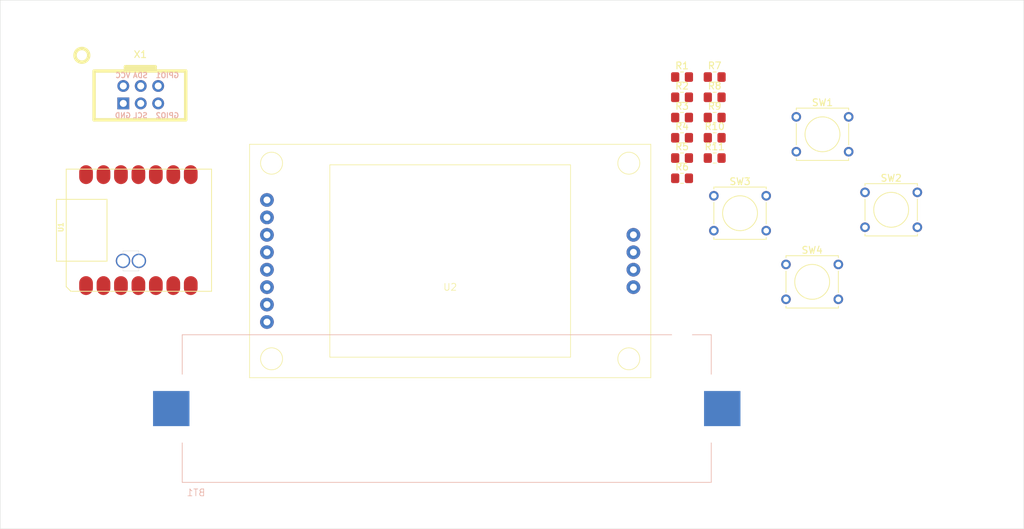
<source format=kicad_pcb>
(kicad_pcb (version 20240108) (generator "pcbnew") (generator_version "8.0")
  (layers (0 "F.Cu" signal) (31 "B.Cu" signal) (34 "B.Paste" user) (35 "F.Paste" user) (36 "B.SilkS" user "B.Silkscreen") (37 "F.SilkS" user "F.Silkscreen") (38 "B.Mask" user) (39 "F.Mask" user) (44 "Edge.Cuts" user))
  (net 0 "")
  (net 1 "Net-(BT1--)")
  (net 2 "Net-(BT1-+)")
  (net 3 "/MOSI")
  (net 4 "Net-(U2-SDA)")
  (net 5 "Net-(U2-SCK)")
  (net 6 "/SCK")
  (net 7 "Net-(U1-TOUCH9_GPIO9_MOSI_A10_D10)")
  (net 8 "/MISO")
  (net 9 "Net-(U1-TOUCH8_GPIO8_MISO_A9_D9)")
  (net 10 "Net-(U2-SD_MOSI)")
  (net 11 "Net-(U2-SD_MISO)")
  (net 12 "Net-(U2-SD_SCK)")
  (net 13 "/BUTTON_4")
  (net 14 "+3V3")
  (net 15 "/BUTTON_1")
  (net 16 "/BUTTON_3")
  (net 17 "/BUTTON_2")
  (net 18 "GND")
  (net 19 "/SD_CS")
  (net 20 "/TFT_RESET")
  (net 21 "/TFT_CS")
  (net 23 "/TFT_A0")
  (footprint "Resistor_SMD:R_0805_2012Metric_Pad1.20x1.40mm_HandSolder" (layer "F.Cu") (at 170.5 84.65)
    (property "Reference" "R8" (at 0 -1.65 0) (layer "F.SilkS"))
    (property "Value" "10k")
    (fp_line (start -0.227064 -0.735) (end 0.227064 -0.735) (stroke (width 0.12)) (layer "F.SilkS"))
    (fp_line (start -0.227064 0.735) (end 0.227064 0.735) (stroke (width 0.12)) (layer "F.SilkS"))
    (pad "1" smd roundrect (at -1 0) (size 1.2 1.4) (layers "F.Cu" "F.Paste" "F.Mask") (roundrect_rratio 0.208333) (net 13 "/BUTTON_4"))
    (pad "2" smd roundrect (at 1 0) (size 1.2 1.4) (layers "F.Cu" "F.Paste" "F.Mask") (roundrect_rratio 0.208333) (net 14 "+3V3"))
  )
  (footprint "Resistor_SMD:R_0805_2012Metric_Pad1.20x1.40mm_HandSolder" (layer "F.Cu") (at 165.75 93.5)
    (property "Reference" "R5" (at 0 -1.65 0) (layer "F.SilkS"))
    (property "Value" "0")
    (fp_line (start -0.227064 -0.735) (end 0.227064 -0.735) (stroke (width 0.12)) (layer "F.SilkS"))
    (fp_line (start -0.227064 0.735) (end 0.227064 0.735) (stroke (width 0.12)) (layer "F.SilkS"))
    (pad "1" smd roundrect (at -1 0) (size 1.2 1.4) (layers "F.Cu" "F.Paste" "F.Mask") (roundrect_rratio 0.208333) (net 3 "/MOSI"))
    (pad "2" smd roundrect (at 1 0) (size 1.2 1.4) (layers "F.Cu" "F.Paste" "F.Mask") (roundrect_rratio 0.208333) (net 10 "Net-(U2-SD_MOSI)"))
  )
  (footprint "Badgelife:Badgelife-SAOv169-BADGE-2x3" (layer "F.Cu") (at 86.9 84.25)
    (property "Reference" "X1" (at 0 -5.842 0) (layer "F.SilkS"))
    (property "Value" "Badgelife_sao_connector_v169bis")
    (fp_line (start -6.731 3.683) (end -6.731 -3.429) (stroke (width 0.5)) (layer "F.SilkS"))
    (fp_line (start -6.604 -3.429) (end 6.604 -3.429) (stroke (width 0.5)) (layer "F.SilkS"))
    (fp_line (start -2.159 -4.064) (end 2.159 -4.064) (stroke (width 0.5)) (layer "F.SilkS"))
    (fp_line (start -2.159 -3.556) (end -2.159 -4.064) (stroke (width 0.5)) (layer "F.SilkS"))
    (fp_line (start 2.159 -4.064) (end 2.159 -3.556) (stroke (width 0.5)) (layer "F.SilkS"))
    (fp_line (start 2.159 -3.683) (end -2.159 -3.683) (stroke (width 0.5)) (layer "F.SilkS"))
    (fp_line (start 6.604 -3.429) (end 6.604 3.683) (stroke (width 0.5)) (layer "F.SilkS"))
    (fp_line (start 6.604 3.683) (end -6.731 3.683) (stroke (width 0.5)) (layer "F.SilkS"))
    (fp_circle (center -8.509 -5.715) (end -7.509 -5.715) (stroke (width 0.5)) (fill none) (layer "F.SilkS"))
    (fp_text user "VCC" (at -2.54 -2.794 0) (layer "B.SilkS") (effects (font (size 0.75 0.75)) (justify mirror)))
    (fp_text user "GPIO1" (at 3.937 -2.794 0) (layer "B.SilkS") (effects (font (size 0.75 0.75)) (justify mirror)))
    (fp_text user "SDA" (at 0 -2.794 0) (layer "B.SilkS") (effects (font (size 0.75 0.75)) (justify mirror)))
    (fp_text user "GND" (at -2.54 3.048 0) (layer "B.SilkS") (effects (font (size 0.75 0.75)) (justify mirror)))
    (fp_text user "SCL" (at 0 3.048 0) (layer "B.SilkS") (effects (font (size 0.75 0.75)) (justify mirror)))
    (fp_text user "GPIO2" (at 3.937 3.048 0) (layer "B.SilkS") (effects (font (size 0.75 0.75)) (justify mirror)))
    (pad "1" thru_hole oval (at -2.48 -1.25 270) (size 1.7272 1.7272) (drill 1.016) (layers "*.Cu" "*.Mask") (net 14 "+3V3"))
    (pad "2" thru_hole rect (at -2.48 1.29 270) (size 1.7272 1.7272) (drill 1.016) (layers "*.Cu" "*.Mask") (net 18 "GND"))
    (pad "3" thru_hole oval (at 0.06 -1.25 270) (size 1.7272 1.7272) (drill 1.016) (layers "*.Cu" "*.Mask"))
    (pad "4" thru_hole oval (at 0.06 1.29 270) (size 1.7272 1.7272) (drill 1.016) (layers "*.Cu" "*.Mask"))
    (pad "5" thru_hole circle (at 2.6 -1.25 270) (size 1.7272 1.7272) (drill 1.016) (layers "*.Cu" "*.Mask"))
    (pad "6" thru_hole circle (at 2.6 1.29 270) (size 1.7272 1.7272) (drill 1.016) (layers "*.Cu" "*.Mask"))
  )
  (footprint "Resistor_SMD:R_0805_2012Metric_Pad1.20x1.40mm_HandSolder" (layer "F.Cu") (at 170.5 81.7)
    (property "Reference" "R7" (at 0 -1.65 0) (layer "F.SilkS"))
    (property "Value" "0")
    (fp_line (start -0.227064 -0.735) (end 0.227064 -0.735) (stroke (width 0.12)) (layer "F.SilkS"))
    (fp_line (start -0.227064 0.735) (end 0.227064 0.735) (stroke (width 0.12)) (layer "F.SilkS"))
    (pad "1" smd roundrect (at -1 0) (size 1.2 1.4) (layers "F.Cu" "F.Paste" "F.Mask") (roundrect_rratio 0.208333) (net 6 "/SCK"))
    (pad "2" smd roundrect (at 1 0) (size 1.2 1.4) (layers "F.Cu" "F.Paste" "F.Mask") (roundrect_rratio 0.208333) (net 12 "Net-(U2-SD_SCK)"))
  )
  (footprint "Resistor_SMD:R_0805_2012Metric_Pad1.20x1.40mm_HandSolder" (layer "F.Cu") (at 165.75 90.55)
    (property "Reference" "R4" (at 0 -1.65 0) (layer "F.SilkS"))
    (property "Value" "0")
    (fp_line (start -0.227064 -0.735) (end 0.227064 -0.735) (stroke (width 0.12)) (layer "F.SilkS"))
    (fp_line (start -0.227064 0.735) (end 0.227064 0.735) (stroke (width 0.12)) (layer "F.SilkS"))
    (pad "1" smd roundrect (at -1 0) (size 1.2 1.4) (layers "F.Cu" "F.Paste" "F.Mask") (roundrect_rratio 0.208333) (net 9 "Net-(U1-TOUCH8_GPIO8_MISO_A9_D9)"))
    (pad "2" smd roundrect (at 1 0) (size 1.2 1.4) (layers "F.Cu" "F.Paste" "F.Mask") (roundrect_rratio 0.208333) (net 8 "/MISO"))
  )
  (footprint "Resistor_SMD:R_0805_2012Metric_Pad1.20x1.40mm_HandSolder" (layer "F.Cu") (at 165.75 96.45)
    (property "Reference" "R6" (at 0 -1.65 0) (layer "F.SilkS"))
    (property "Value" "0")
    (fp_line (start -0.227064 -0.735) (end 0.227064 -0.735) (stroke (width 0.12)) (layer "F.SilkS"))
    (fp_line (start -0.227064 0.735) (end 0.227064 0.735) (stroke (width 0.12)) (layer "F.SilkS"))
    (pad "1" smd roundrect (at -1 0) (size 1.2 1.4) (layers "F.Cu" "F.Paste" "F.Mask") (roundrect_rratio 0.208333) (net 8 "/MISO"))
    (pad "2" smd roundrect (at 1 0) (size 1.2 1.4) (layers "F.Cu" "F.Paste" "F.Mask") (roundrect_rratio 0.208333) (net 11 "Net-(U2-SD_MISO)"))
  )
  (footprint "Resistor_SMD:R_0805_2012Metric_Pad1.20x1.40mm_HandSolder" (layer "F.Cu") (at 165.75 84.65)
    (property "Reference" "R2" (at 0 -1.65 0) (layer "F.SilkS"))
    (property "Value" "0")
    (fp_line (start -0.227064 -0.735) (end 0.227064 -0.735) (stroke (width 0.12)) (layer "F.SilkS"))
    (fp_line (start -0.227064 0.735) (end 0.227064 0.735) (stroke (width 0.12)) (layer "F.SilkS"))
    (pad "1" smd roundrect (at -1 0) (size 1.2 1.4) (layers "F.Cu" "F.Paste" "F.Mask") (roundrect_rratio 0.208333) (net 5 "Net-(U2-SCK)"))
    (pad "2" smd roundrect (at 1 0) (size 1.2 1.4) (layers "F.Cu" "F.Paste" "F.Mask") (roundrect_rratio 0.208333) (net 6 "/SCK"))
  )
  (footprint "Button_Switch_THT:SW_Tactile_Straight_KSA0Axx1LFTR" (layer "F.Cu") (at 182.38 87.5)
    (property "Reference" "SW1" (at 3.81 -2.08 0) (layer "F.SilkS"))
    (property "Value" "SW_Push")
    (fp_line (start 0 -1.27) (end 0 -0.97) (stroke (width 0.12)) (layer "F.SilkS"))
    (fp_line (start 0 -1.27) (end 7.62 -1.27) (stroke (width 0.12)) (layer "F.SilkS"))
    (fp_line (start 0 0.97) (end 0 4.11) (stroke (width 0.12)) (layer "F.SilkS"))
    (fp_line (start 0 6.05) (end 0 6.35) (stroke (width 0.12)) (layer "F.SilkS"))
    (fp_line (start 7.62 -1.27) (end 7.62 -0.97) (stroke (width 0.12)) (layer "F.SilkS"))
    (fp_line (start 7.62 0.97) (end 7.62 4.11) (stroke (width 0.12)) (layer "F.SilkS"))
    (fp_line (start 7.62 6.05) (end 7.62 6.35) (stroke (width 0.12)) (layer "F.SilkS"))
    (fp_line (start 7.62 6.35) (end 0 6.35) (stroke (width 0.12)) (layer "F.SilkS"))
    (fp_circle (center 3.81 2.54) (end 3.81 0) (stroke (width 0.12)) (fill none) (layer "F.SilkS"))
    (pad "1" thru_hole circle (at 0 0) (size 1.397 1.397) (drill 0.8128) (layers "*.Cu" "*.Mask") (net 18 "GND"))
    (pad "1" thru_hole circle (at 7.62 0) (size 1.397 1.397) (drill 0.8128) (layers "*.Cu" "*.Mask") (net 18 "GND"))
    (pad "2" thru_hole circle (at 0 5.08) (size 1.397 1.397) (drill 0.8128) (layers "*.Cu" "*.Mask") (net 13 "/BUTTON_4"))
    (pad "2" thru_hole circle (at 7.62 5.08) (size 1.397 1.397) (drill 0.8128) (layers "*.Cu" "*.Mask") (net 13 "/BUTTON_4"))
  )
  (footprint "Resistor_SMD:R_0805_2012Metric_Pad1.20x1.40mm_HandSolder" (layer "F.Cu") (at 165.75 87.6)
    (property "Reference" "R3" (at 0 -1.65 0) (layer "F.SilkS"))
    (property "Value" "0")
    (fp_line (start -0.227064 -0.735) (end 0.227064 -0.735) (stroke (width 0.12)) (layer "F.SilkS"))
    (fp_line (start -0.227064 0.735) (end 0.227064 0.735) (stroke (width 0.12)) (layer "F.SilkS"))
    (pad "1" smd roundrect (at -1 0) (size 1.2 1.4) (layers "F.Cu" "F.Paste" "F.Mask") (roundrect_rratio 0.208333) (net 7 "Net-(U1-TOUCH9_GPIO9_MOSI_A10_D10)"))
    (pad "2" smd roundrect (at 1 0) (size 1.2 1.4) (layers "F.Cu" "F.Paste" "F.Mask") (roundrect_rratio 0.208333) (net 3 "/MOSI"))
  )
  (footprint "Button_Switch_THT:SW_Tactile_Straight_KSA0Axx1LFTR" (layer "F.Cu") (at 180.88 109)
    (property "Reference" "SW4" (at 3.81 -2.08 0) (layer "F.SilkS"))
    (property "Value" "SW_Push")
    (fp_line (start 0 -1.27) (end 0 -0.97) (stroke (width 0.12)) (layer "F.SilkS"))
    (fp_line (start 0 -1.27) (end 7.62 -1.27) (stroke (width 0.12)) (layer "F.SilkS"))
    (fp_line (start 0 0.97) (end 0 4.11) (stroke (width 0.12)) (layer "F.SilkS"))
    (fp_line (start 0 6.05) (end 0 6.35) (stroke (width 0.12)) (layer "F.SilkS"))
    (fp_line (start 7.62 -1.27) (end 7.62 -0.97) (stroke (width 0.12)) (layer "F.SilkS"))
    (fp_line (start 7.62 0.97) (end 7.62 4.11) (stroke (width 0.12)) (layer "F.SilkS"))
    (fp_line (start 7.62 6.05) (end 7.62 6.35) (stroke (width 0.12)) (layer "F.SilkS"))
    (fp_line (start 7.62 6.35) (end 0 6.35) (stroke (width 0.12)) (layer "F.SilkS"))
    (fp_circle (center 3.81 2.54) (end 3.81 0) (stroke (width 0.12)) (fill none) (layer "F.SilkS"))
    (pad "1" thru_hole circle (at 0 0) (size 1.397 1.397) (drill 0.8128) (layers "*.Cu" "*.Mask") (net 18 "GND"))
    (pad "1" thru_hole circle (at 7.62 0) (size 1.397 1.397) (drill 0.8128) (layers "*.Cu" "*.Mask") (net 18 "GND"))
    (pad "2" thru_hole circle (at 0 5.08) (size 1.397 1.397) (drill 0.8128) (layers "*.Cu" "*.Mask") (net 17 "/BUTTON_2"))
    (pad "2" thru_hole circle (at 7.62 5.08) (size 1.397 1.397) (drill 0.8128) (layers "*.Cu" "*.Mask") (net 17 "/BUTTON_2"))
  )
  (footprint "Resistor_SMD:R_0805_2012Metric_Pad1.20x1.40mm_HandSolder" (layer "F.Cu") (at 165.75 81.7)
    (property "Reference" "R1" (at 0 -1.65 0) (layer "F.SilkS"))
    (property "Value" "0")
    (fp_line (start -0.227064 -0.735) (end 0.227064 -0.735) (stroke (width 0.12)) (layer "F.SilkS"))
    (fp_line (start -0.227064 0.735) (end 0.227064 0.735) (stroke (width 0.12)) (layer "F.SilkS"))
    (pad "1" smd roundrect (at -1 0) (size 1.2 1.4) (layers "F.Cu" "F.Paste" "F.Mask") (roundrect_rratio 0.208333) (net 4 "Net-(U2-SDA)"))
    (pad "2" smd roundrect (at 1 0) (size 1.2 1.4) (layers "F.Cu" "F.Paste" "F.Mask") (roundrect_rratio 0.208333) (net 3 "/MOSI"))
  )
  (footprint "Resistor_SMD:R_0805_2012Metric_Pad1.20x1.40mm_HandSolder" (layer "F.Cu") (at 170.5 87.6)
    (property "Reference" "R9" (at 0 -1.65 0) (layer "F.SilkS"))
    (property "Value" "10k")
    (fp_line (start -0.227064 -0.735) (end 0.227064 -0.735) (stroke (width 0.12)) (layer "F.SilkS"))
    (fp_line (start -0.227064 0.735) (end 0.227064 0.735) (stroke (width 0.12)) (layer "F.SilkS"))
    (pad "1" smd roundrect (at -1 0) (size 1.2 1.4) (layers "F.Cu" "F.Paste" "F.Mask") (roundrect_rratio 0.208333) (net 15 "/BUTTON_1"))
    (pad "2" smd roundrect (at 1 0) (size 1.2 1.4) (layers "F.Cu" "F.Paste" "F.Mask") (roundrect_rratio 0.208333) (net 14 "+3V3"))
  )
  (footprint "Button_Switch_THT:SW_Tactile_Straight_KSA0Axx1LFTR" (layer "F.Cu") (at 170.38 99)
    (property "Reference" "SW3" (at 3.81 -2.08 0) (layer "F.SilkS"))
    (property "Value" "SW_Push")
    (fp_line (start 0 -1.27) (end 0 -0.97) (stroke (width 0.12)) (layer "F.SilkS"))
    (fp_line (start 0 -1.27) (end 7.62 -1.27) (stroke (width 0.12)) (layer "F.SilkS"))
    (fp_line (start 0 0.97) (end 0 4.11) (stroke (width 0.12)) (layer "F.SilkS"))
    (fp_line (start 0 6.05) (end 0 6.35) (stroke (width 0.12)) (layer "F.SilkS"))
    (fp_line (start 7.62 -1.27) (end 7.62 -0.97) (stroke (width 0.12)) (layer "F.SilkS"))
    (fp_line (start 7.62 0.97) (end 7.62 4.11) (stroke (width 0.12)) (layer "F.SilkS"))
    (fp_line (start 7.62 6.05) (end 7.62 6.35) (stroke (width 0.12)) (layer "F.SilkS"))
    (fp_line (start 7.62 6.35) (end 0 6.35) (stroke (width 0.12)) (layer "F.SilkS"))
    (fp_circle (center 3.81 2.54) (end 3.81 0) (stroke (width 0.12)) (fill none) (layer "F.SilkS"))
    (pad "1" thru_hole circle (at 0 0) (size 1.397 1.397) (drill 0.8128) (layers "*.Cu" "*.Mask") (net 18 "GND"))
    (pad "1" thru_hole circle (at 7.62 0) (size 1.397 1.397) (drill 0.8128) (layers "*.Cu" "*.Mask") (net 18 "GND"))
    (pad "2" thru_hole circle (at 0 5.08) (size 1.397 1.397) (drill 0.8128) (layers "*.Cu" "*.Mask") (net 16 "/BUTTON_3"))
    (pad "2" thru_hole circle (at 7.62 5.08) (size 1.397 1.397) (drill 0.8128) (layers "*.Cu" "*.Mask") (net 16 "/BUTTON_3"))
  )
  (footprint "Button_Switch_THT:SW_Tactile_Straight_KSA0Axx1LFTR" (layer "F.Cu") (at 192.38 98.5)
    (property "Reference" "SW2" (at 3.81 -2.08 0) (layer "F.SilkS"))
    (property "Value" "SW_Push")
    (fp_line (start 0 -1.27) (end 0 -0.97) (stroke (width 0.12)) (layer "F.SilkS"))
    (fp_line (start 0 -1.27) (end 7.62 -1.27) (stroke (width 0.12)) (layer "F.SilkS"))
    (fp_line (start 0 0.97) (end 0 4.11) (stroke (width 0.12)) (layer "F.SilkS"))
    (fp_line (start 0 6.05) (end 0 6.35) (stroke (width 0.12)) (layer "F.SilkS"))
    (fp_line (start 7.62 -1.27) (end 7.62 -0.97) (stroke (width 0.12)) (layer "F.SilkS"))
    (fp_line (start 7.62 0.97) (end 7.62 4.11) (stroke (width 0.12)) (layer "F.SilkS"))
    (fp_line (start 7.62 6.05) (end 7.62 6.35) (stroke (width 0.12)) (layer "F.SilkS"))
    (fp_line (start 7.62 6.35) (end 0 6.35) (stroke (width 0.12)) (layer "F.SilkS"))
    (fp_circle (center 3.81 2.54) (end 3.81 0) (stroke (width 0.12)) (fill none) (layer "F.SilkS"))
    (pad "1" thru_hole circle (at 0 0) (size 1.397 1.397) (drill 0.8128) (layers "*.Cu" "*.Mask") (net 18 "GND"))
    (pad "1" thru_hole circle (at 7.62 0) (size 1.397 1.397) (drill 0.8128) (layers "*.Cu" "*.Mask") (net 18 "GND"))
    (pad "2" thru_hole circle (at 0 5.08) (size 1.397 1.397) (drill 0.8128) (layers "*.Cu" "*.Mask") (net 15 "/BUTTON_1"))
    (pad "2" thru_hole circle (at 7.62 5.08) (size 1.397 1.397) (drill 0.8128) (layers "*.Cu" "*.Mask") (net 15 "/BUTTON_1"))
  )
  (footprint "TFT:AliExpress_1.8_128x160_ST7735" (layer "F.Cu") (at 132 108.5)
    (property "Reference" "U2" (at 0 3.81 0) (layer "F.SilkS") (effects (font (thickness 0.1))))
    (property "Value" "~")
    (fp_line (start -29.2 -17) (end 29.2 -17) (stroke (width 0.1)) (layer "F.SilkS"))
    (fp_line (start -29.2 17) (end -29.2 -17) (stroke (width 0.1)) (layer "F.SilkS"))
    (fp_line (start 29.2 -17) (end 29.2 17) (stroke (width 0.1)) (layer "F.SilkS"))
    (fp_line (start 29.2 17) (end -29.2 17) (stroke (width 0.1)) (layer "F.SilkS"))
    (fp_rect (start -17.52 -14.015) (end 17.52 14.015) (stroke (width 0.1)) (fill none) (layer "F.SilkS"))
    (fp_circle (center -26 -14.25) (end -24.4 -14.25) (stroke (width 0.1)) (fill none) (layer "F.SilkS"))
    (fp_circle (center -26 14.25) (end -24.4 14.25) (stroke (width 0.1)) (fill none) (layer "F.SilkS"))
    (fp_circle (center 26 -14.25) (end 27.6 -14.25) (stroke (width 0.1)) (fill none) (layer "F.SilkS"))
    (fp_circle (center 26 14.25) (end 27.6 14.25) (stroke (width 0.1)) (fill none) (layer "F.SilkS"))
    (pad "1" thru_hole circle (at -26.67 -8.89) (size 2 2) (drill 1) (layers "*.Cu" "*.Mask") (net 14 "+3V3"))
    (pad "2" thru_hole circle (at -26.67 -6.35) (size 2 2) (drill 1) (layers "*.Cu" "*.Mask") (net 18 "GND"))
    (pad "3" thru_hole circle (at -26.67 -3.81) (size 2 2) (drill 1) (layers "*.Cu" "*.Mask") (net 21 "/TFT_CS"))
    (pad "4" thru_hole circle (at -26.67 -1.27) (size 2 2) (drill 1) (layers "*.Cu" "*.Mask") (net 20 "/TFT_RESET"))
    (pad "5" thru_hole circle (at -26.67 1.27) (size 2 2) (drill 1) (layers "*.Cu" "*.Mask") (net 23 "/TFT_A0"))
    (pad "6" thru_hole circle (at -26.67 3.81) (size 2 2) (drill 1) (layers "*.Cu" "*.Mask") (net 4 "Net-(U2-SDA)"))
    (pad "7" thru_hole circle (at -26.67 6.35) (size 2 2) (drill 1) (layers "*.Cu" "*.Mask") (net 5 "Net-(U2-SCK)"))
    (pad "8" thru_hole circle (at -26.67 8.89) (size 2 2) (drill 1) (layers "*.Cu" "*.Mask") (net 14 "+3V3"))
    (pad "9" thru_hole circle (at 26.67 -3.81) (size 2 2) (drill 1) (layers "*.Cu" "*.Mask") (net 19 "/SD_CS"))
    (pad "10" thru_hole circle (at 26.67 -1.27) (size 2 2) (drill 1) (layers "*.Cu" "*.Mask") (net 10 "Net-(U2-SD_MOSI)"))
    (pad "11" thru_hole circle (at 26.67 1.27) (size 2 2) (drill 1) (layers "*.Cu" "*.Mask") (net 11 "Net-(U2-SD_MISO)"))
    (pad "12" thru_hole circle (at 26.67 3.81) (size 2 2) (drill 1) (layers "*.Cu" "*.Mask") (net 12 "Net-(U2-SD_SCK)"))
  )
  (footprint "Resistor_SMD:R_0805_2012Metric_Pad1.20x1.40mm_HandSolder" (layer "F.Cu") (at 170.5 93.5)
    (property "Reference" "R11" (at 0 -1.65 0) (layer "F.SilkS"))
    (property "Value" "10k")
    (fp_line (start -0.227064 -0.735) (end 0.227064 -0.735) (stroke (width 0.12)) (layer "F.SilkS"))
    (fp_line (start -0.227064 0.735) (end 0.227064 0.735) (stroke (width 0.12)) (layer "F.SilkS"))
    (pad "1" smd roundrect (at -1 0) (size 1.2 1.4) (layers "F.Cu" "F.Paste" "F.Mask") (roundrect_rratio 0.208333) (net 17 "/BUTTON_2"))
    (pad "2" smd roundrect (at 1 0) (size 1.2 1.4) (layers "F.Cu" "F.Paste" "F.Mask") (roundrect_rratio 0.208333) (net 14 "+3V3"))
  )
  (footprint "Resistor_SMD:R_0805_2012Metric_Pad1.20x1.40mm_HandSolder" (layer "F.Cu") (at 170.5 90.55)
    (property "Reference" "R10" (at 0 -1.65 0) (layer "F.SilkS"))
    (property "Value" "10k")
    (fp_line (start -0.227064 -0.735) (end 0.227064 -0.735) (stroke (width 0.12)) (layer "F.SilkS"))
    (fp_line (start -0.227064 0.735) (end 0.227064 0.735) (stroke (width 0.12)) (layer "F.SilkS"))
    (pad "1" smd roundrect (at -1 0) (size 1.2 1.4) (layers "F.Cu" "F.Paste" "F.Mask") (roundrect_rratio 0.208333) (net 16 "/BUTTON_3"))
    (pad "2" smd roundrect (at 1 0) (size 1.2 1.4) (layers "F.Cu" "F.Paste" "F.Mask") (roundrect_rratio 0.208333) (net 14 "+3V3"))
  )
  (footprint "Seeed_Studio:MOUDLE14P-SMD-2.54-21X17.8MM_BAT" (layer "F.Cu") (at 97.11925 112.9175 90)
    (property "Reference" "U1" (at 9.3345 -21.7805 90) (layer "F.SilkS") (effects (font (size 0.7 0.7))))
    (property "Value" "~")
    (fp_line (start 13.395 -22.424) (end 13.395 -15.072) (stroke (width 0.127)) (layer "F.SilkS"))
    (fp_line (start 4.4 -22.424) (end 13.395 -22.424) (stroke (width 0.127)) (layer "F.SilkS"))
    (fp_line (start 17.8 -21) (end 0.671541 -21) (stroke (width 0.127)) (layer "F.SilkS"))
    (fp_line (start 0.671541 -21) (end 0 -20.3285) (stroke (width 0.127)) (layer "F.SilkS"))
    (fp_line (start 0 -20.3285) (end 0 0.15) (stroke (width 0.127)) (layer "F.SilkS"))
    (fp_line (start 13.395 -15.072) (end 4.396 -15.072) (stroke (width 0.127)) (layer "F.SilkS"))
    (fp_line (start 4.396 -15.072) (end 4.396 -22.425) (stroke (width 0.127)) (layer "F.SilkS"))
    (fp_line (start 17.8 0.15) (end 17.8 -21) (stroke (width 0.127)) (layer "F.SilkS"))
    (fp_line (start 0 0.15) (end 17.8 0.15) (stroke (width 0.127)) (layer "F.SilkS"))
    (fp_rect (start 2.98 -12.74) (end 5.9 -10.43) (stroke (width 0.05)) (fill none) (layer "Edge.Cuts"))
    (pad "1" smd roundrect (at 0.835 -18.12 90) (size 2.75 2) (layers "F.Cu" "F.Paste" "F.Mask") (roundrect_rratio 0.5) (net 15 "/BUTTON_1"))
    (pad "2" smd roundrect (at 0.835 -15.58 90) (size 2.75 2) (layers "F.Cu" "F.Paste" "F.Mask") (roundrect_rratio 0.5) (net 17 "/BUTTON_2"))
    (pad "3" smd roundrect (at 0.835 -13.04 90) (size 2.75 2) (layers "F.Cu" "F.Paste" "F.Mask") (roundrect_rratio 0.5) (net 16 "/BUTTON_3"))
    (pad "4" smd roundrect (at 0.835 -10.5 90) (size 2.75 2) (layers "F.Cu" "F.Paste" "F.Mask") (roundrect_rratio 0.5) (net 13 "/BUTTON_4"))
    (pad "5" smd roundrect (at 0.835 -7.96 90) (size 2.75 2) (layers "F.Cu" "F.Paste" "F.Mask") (roundrect_rratio 0.5) (net 19 "/SD_CS"))
    (pad "6" smd roundrect (at 0.835 -5.42 90) (size 2.75 2) (layers "F.Cu" "F.Paste" "F.Mask") (roundrect_rratio 0.5) (net 20 "/TFT_RESET"))
    (pad "7" smd roundrect (at 0.835 -2.88 90) (size 2.75 2) (layers "F.Cu" "F.Paste" "F.Mask") (roundrect_rratio 0.5) (net 21 "/TFT_CS"))
    (pad "8" smd roundrect (at 17 -2.88 90) (size 2.75 2) (layers "F.Cu" "F.Paste" "F.Mask") (roundrect_rratio 0.5) (net 23 "/TFT_A0"))
    (pad "9" smd roundrect (at 17 -5.42 90) (size 2.75 2) (layers "F.Cu" "F.Paste" "F.Mask") (roundrect_rratio 0.5) (net 6 "/SCK"))
    (pad "10" smd roundrect (at 17 -7.96 90) (size 2.75 2) (layers "F.Cu" "F.Paste" "F.Mask") (roundrect_rratio 0.5) (net 9 "Net-(U1-TOUCH8_GPIO8_MISO_A9_D9)"))
    (pad "11" smd roundrect (at 17 -10.5 90) (size 2.75 2) (layers "F.Cu" "F.Paste" "F.Mask") (roundrect_rratio 0.5) (net 7 "Net-(U1-TOUCH9_GPIO9_MOSI_A10_D10)"))
    (pad "12" smd roundrect (at 17 -13.04 90) (size 2.75 2) (layers "F.Cu" "F.Paste" "F.Mask") (roundrect_rratio 0.5) (net 14 "+3V3"))
    (pad "13" smd roundrect (at 17 -15.58 90) (size 2.75 2) (layers "F.Cu" "F.Paste" "F.Mask") (roundrect_rratio 0.5) (net 18 "GND"))
    (pad "14" smd roundrect (at 17 -18.12 90) (size 2.75 2) (layers "F.Cu" "F.Paste" "F.Mask") (roundrect_rratio 0.5))
    (pad "15" thru_hole circle (at 4.44 -10.43 90) (size 2.1 2.1) (drill 1.7) (layers "*.Cu" "*.Mask") (net 2 "Net-(BT1-+)"))
    (pad "16" thru_hole circle (at 4.44 -12.74 90) (size 2.1 2.1) (drill 1.7) (layers "*.Cu" "*.Mask") (net 1 "Net-(BT1--)"))
  )
  (footprint "Eagle_Plasic_Devices:12BHC186P1-GR" (layer "B.Cu") (at 131.5 130 180)
    (property "Reference" "BT1" (at 36.5 -12.25 0) (layer "B.SilkS") (effects (font (thickness 0.1)) (justify mirror)))
    (property "Value" "Battery")
    (fp_line (start 38.5 10.75) (end -32.75 10.75) (stroke (width 0.1)) (layer "B.SilkS"))
    (fp_line (start 38.5 5) (end 38.5 10.75) (stroke (width 0.1)) (layer "B.SilkS"))
    (fp_line (start 38.5 -10.75) (end 38.5 -5) (stroke (width 0.1)) (layer "B.SilkS"))
    (fp_line (start -35.75 10.75) (end -38.5 10.75) (stroke (width 0.1)) (layer "B.SilkS"))
    (fp_line (start -38.5 5) (end -38.5 10.75) (stroke (width 0.1)) (layer "B.SilkS"))
    (fp_line (start -38.5 -5) (end -38.5 -10.75) (stroke (width 0.1)) (layer "B.SilkS"))
    (fp_line (start -38.5 -10.75) (end 38.5 -10.75) (stroke (width 0.1)) (layer "B.SilkS"))
    (pad "" np_thru_hole circle (at -34.25 9.75 180) (size 2 2) (drill 2) (layers "F&B.Cu" "*.Mask"))
    (pad "" np_thru_hole circle (at -27 0 180) (size 3.4 3.4) (drill 3.4) (layers "F&B.Cu" "*.Mask"))
    (pad "" np_thru_hole circle (at 27 0 180) (size 3.4 3.4) (drill 3.4) (layers "F&B.Cu" "*.Mask"))
    (pad "1" smd rect (at -40.1 0 180) (size 5.3 5.12) (layers "B.Cu" "B.Paste" "B.Mask") (net 2 "Net-(BT1-+)"))
    (pad "2" smd rect (at 40.1 0 180) (size 5.3 5.12) (layers "B.Cu" "B.Paste" "B.Mask") (net 1 "Net-(BT1--)"))
  )
  (gr_rect (start 66.5 70.5) (end 215.5 147.5) (stroke (width 0.05)) (fill none) (layer "Edge.Cuts"))
)
</source>
